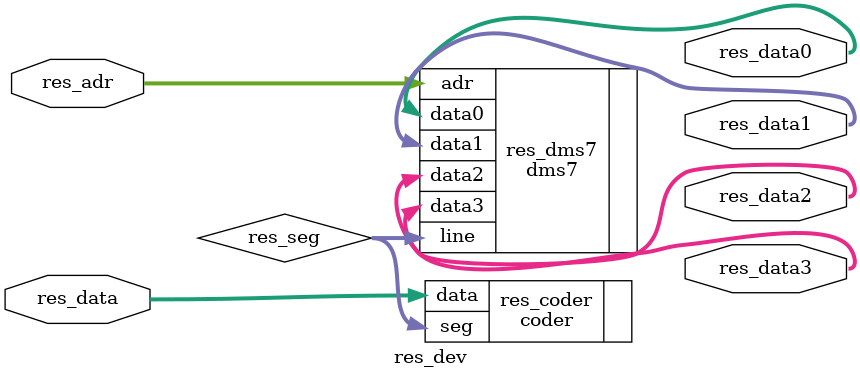
<source format=v>
module res_dev (
    input  wire [3:0] res_data,
    input  wire [1:0] res_adr,
    output wire [6:0] res_data0,
    output wire [6:0] res_data1,
    output wire [6:0] res_data2,
    output wire [6:0] res_data3
);

wire [6:0] res_seg;

coder res_coder (
	.data(res_data),
	.seg (res_seg)
);

dms7 res_dms7 (
	.line (res_seg),
	.adr  (res_adr[1:0]),
	.data0(res_data0),
	.data1(res_data1),
	.data2(res_data2),
	.data3(res_data3)
);

endmodule


</source>
